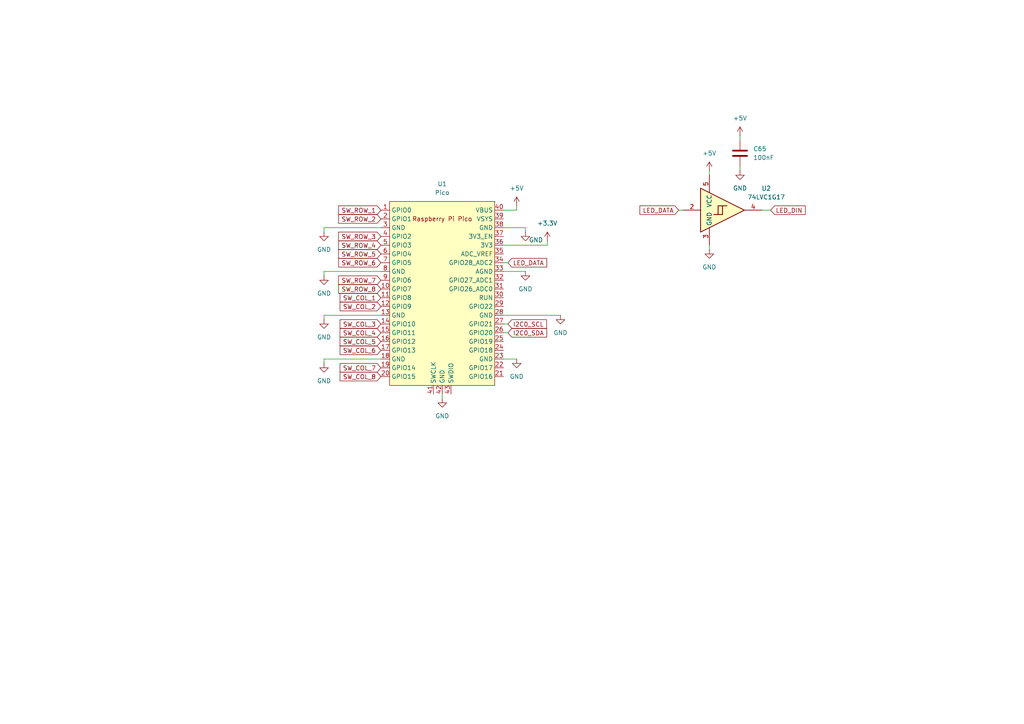
<source format=kicad_sch>
(kicad_sch (version 20231120) (generator "eeschema") (generator_version "8.0")
  (paper "A4")
  (lib_symbols
    (symbol "74xGxx:74LVC1G17"
      (property "Reference" "U" (at 0 3.81 0))
      (property "Value" "74LVC1G17" (at 0 -3.81 0))
      (symbol "74LVC1G17_0_1"
        (polyline (pts (xy -7.62 6.35) (xy -7.62 -6.35) (xy 5.08 0) (xy -7.62 6.35)) (stroke (width 0.254)) (fill (type background)))
        (polyline (pts (xy -3.81 -1.27) (xy -2.54 -1.27) (xy -2.54 1.27) (xy -1.27 1.27)) (stroke (width 0.254)) (fill (type background)))
        (polyline (pts (xy -2.54 -1.27) (xy -1.27 -1.27) (xy -1.27 1.27) (xy 0 1.27)) (stroke (width 0.254)) (fill (type background)))
      )
      (symbol "74LVC1G17_1_1"
        (pin no_connect line (at -7.62 5.08 180) (length 5.08) hide (name "NC") (number "1"))
        (pin input line (at -12.7 0 0) (length 5.08) (name "~") (number "2"))
        (pin power_in line (at -5.08 -10.16 90) (length 5.08) (name "GND") (number "3"))
        (pin output line (at 10.16 0 180) (length 5.08) (name "~") (number "4"))
        (pin power_in line (at -5.08 10.16 270) (length 5.08) (name "VCC") (number "5"))
      )
    )
    (symbol "Device:C" (pin_numbers hide) (pin_names (offset 0.254))
      (property "Reference" "C" (at 0.635 2.54 0))
      (property "Value" "C" (at 0.635 -2.54 0))
      (symbol "C_0_1"
        (polyline (pts (xy -2.032 -0.762) (xy 2.032 -0.762)) (stroke (width 0.508)))
        (polyline (pts (xy -2.032 0.762) (xy 2.032 0.762)) (stroke (width 0.508)))
      )
      (symbol "C_1_1"
        (pin passive line (at 0 3.81 270) (length 2.794) (name "~") (number "1"))
        (pin passive line (at 0 -3.81 90) (length 2.794) (name "~") (number "2"))
      )
    )
    (symbol "MCU_RaspberryPi_and_Boards:Pico"
      (property "Reference" "U" (at -13.97 27.94 0))
      (property "Value" "Pico" (at 0 19.05 0))
      (symbol "Pico_0_0"
        (text "Raspberry Pi Pico" (at 0 21.59 0) (effects (font (size 1.27 1.27))))
      )
      (symbol "Pico_0_1"
        (rectangle (start -15.24 26.67) (end 15.24 -26.67) (fill (type background)))
      )
      (symbol "Pico_1_1"
        (pin bidirectional line (at -17.78 24.13 0) (length 2.54) (name "GPIO0") (number "1"))
        (pin bidirectional line (at -17.78 1.27 0) (length 2.54) (name "GPIO7") (number "10"))
        (pin bidirectional line (at -17.78 -1.27 0) (length 2.54) (name "GPIO8") (number "11"))
        (pin bidirectional line (at -17.78 -3.81 0) (length 2.54) (name "GPIO9") (number "12"))
        (pin power_in line (at -17.78 -6.35 0) (length 2.54) (name "GND") (number "13"))
        (pin bidirectional line (at -17.78 -8.89 0) (length 2.54) (name "GPIO10") (number "14"))
        (pin bidirectional line (at -17.78 -11.43 0) (length 2.54) (name "GPIO11") (number "15"))
        (pin bidirectional line (at -17.78 -13.97 0) (length 2.54) (name "GPIO12") (number "16"))
        (pin bidirectional line (at -17.78 -16.51 0) (length 2.54) (name "GPIO13") (number "17"))
        (pin power_in line (at -17.78 -19.05 0) (length 2.54) (name "GND") (number "18"))
        (pin bidirectional line (at -17.78 -21.59 0) (length 2.54) (name "GPIO14") (number "19"))
        (pin bidirectional line (at -17.78 21.59 0) (length 2.54) (name "GPIO1") (number "2"))
        (pin bidirectional line (at -17.78 -24.13 0) (length 2.54) (name "GPIO15") (number "20"))
        (pin bidirectional line (at 17.78 -24.13 180) (length 2.54) (name "GPIO16") (number "21"))
        (pin bidirectional line (at 17.78 -21.59 180) (length 2.54) (name "GPIO17") (number "22"))
        (pin power_in line (at 17.78 -19.05 180) (length 2.54) (name "GND") (number "23"))
        (pin bidirectional line (at 17.78 -16.51 180) (length 2.54) (name "GPIO18") (number "24"))
        (pin bidirectional line (at 17.78 -13.97 180) (length 2.54) (name "GPIO19") (number "25"))
        (pin bidirectional line (at 17.78 -11.43 180) (length 2.54) (name "GPIO20") (number "26"))
        (pin bidirectional line (at 17.78 -8.89 180) (length 2.54) (name "GPIO21") (number "27"))
        (pin power_in line (at 17.78 -6.35 180) (length 2.54) (name "GND") (number "28"))
        (pin bidirectional line (at 17.78 -3.81 180) (length 2.54) (name "GPIO22") (number "29"))
        (pin power_in line (at -17.78 19.05 0) (length 2.54) (name "GND") (number "3"))
        (pin input line (at 17.78 -1.27 180) (length 2.54) (name "RUN") (number "30"))
        (pin bidirectional line (at 17.78 1.27 180) (length 2.54) (name "GPIO26_ADC0") (number "31"))
        (pin bidirectional line (at 17.78 3.81 180) (length 2.54) (name "GPIO27_ADC1") (number "32"))
        (pin power_in line (at 17.78 6.35 180) (length 2.54) (name "AGND") (number "33"))
        (pin bidirectional line (at 17.78 8.89 180) (length 2.54) (name "GPIO28_ADC2") (number "34"))
        (pin power_in line (at 17.78 11.43 180) (length 2.54) (name "ADC_VREF") (number "35"))
        (pin power_in line (at 17.78 13.97 180) (length 2.54) (name "3V3") (number "36"))
        (pin input line (at 17.78 16.51 180) (length 2.54) (name "3V3_EN") (number "37"))
        (pin bidirectional line (at 17.78 19.05 180) (length 2.54) (name "GND") (number "38"))
        (pin power_in line (at 17.78 21.59 180) (length 2.54) (name "VSYS") (number "39"))
        (pin bidirectional line (at -17.78 16.51 0) (length 2.54) (name "GPIO2") (number "4"))
        (pin power_in line (at 17.78 24.13 180) (length 2.54) (name "VBUS") (number "40"))
        (pin input line (at -2.54 -29.21 90) (length 2.54) (name "SWCLK") (number "41"))
        (pin power_in line (at 0 -29.21 90) (length 2.54) (name "GND") (number "42"))
        (pin bidirectional line (at 2.54 -29.21 90) (length 2.54) (name "SWDIO") (number "43"))
        (pin bidirectional line (at -17.78 13.97 0) (length 2.54) (name "GPIO3") (number "5"))
        (pin bidirectional line (at -17.78 11.43 0) (length 2.54) (name "GPIO4") (number "6"))
        (pin bidirectional line (at -17.78 8.89 0) (length 2.54) (name "GPIO5") (number "7"))
        (pin power_in line (at -17.78 6.35 0) (length 2.54) (name "GND") (number "8"))
        (pin bidirectional line (at -17.78 3.81 0) (length 2.54) (name "GPIO6") (number "9"))
      )
    )
    (symbol "power:+3.3V" (power) (pin_numbers hide) (pin_names (offset 0) hide)
      (property "Value" "+3.3V" (at 0 3.556 0))
      (symbol "+3.3V_0_1"
        (polyline (pts (xy -0.762 1.27) (xy 0 2.54)))
        (polyline (pts (xy 0 0) (xy 0 2.54)))
        (polyline (pts (xy 0 2.54) (xy 0.762 1.27)))
      )
      (symbol "+3.3V_1_1"
        (pin power_in line (at 0 0 90) (length 0) (name "~") (number "1"))
      )
    )
    (symbol "power:+5V" (power) (pin_numbers hide) (pin_names (offset 0) hide)
      (property "Value" "+5V" (at 0 3.556 0))
      (symbol "+5V_0_1"
        (polyline (pts (xy -0.762 1.27) (xy 0 2.54)))
        (polyline (pts (xy 0 0) (xy 0 2.54)))
        (polyline (pts (xy 0 2.54) (xy 0.762 1.27)))
      )
      (symbol "+5V_1_1"
        (pin power_in line (at 0 0 90) (length 0) (name "~") (number "1"))
      )
    )
    (symbol "power:GND" (power) (pin_numbers hide) (pin_names (offset 0) hide)
      (property "Value" "GND" (at 0 -3.81 0))
      (symbol "GND_0_1"
        (polyline (pts (xy 0 0) (xy 0 -1.27) (xy 1.27 -1.27) (xy 0 -2.54) (xy -1.27 -1.27) (xy 0 -1.27)))
      )
      (symbol "GND_1_1"
        (pin power_in line (at 0 0 270) (length 0) (name "~") (number "1"))
      )
    )
  )
  (wire (pts (xy 110.49 66.04) (xy 93.98 66.04)))
  (wire (pts (xy 93.98 91.44) (xy 93.98 92.71)))
  (wire (pts (xy 110.49 78.74) (xy 93.98 78.74)))
  (wire (pts (xy 146.05 66.04) (xy 152.4 66.04)))
  (wire (pts (xy 196.85 60.96) (xy 198.12 60.96)))
  (wire (pts (xy 147.32 93.98) (xy 146.05 93.98)))
  (wire (pts (xy 147.32 96.52) (xy 146.05 96.52)))
  (wire (pts (xy 149.86 60.96) (xy 149.86 59.69)))
  (wire (pts (xy 93.98 104.14) (xy 93.98 105.41)))
  (wire (pts (xy 110.49 91.44) (xy 93.98 91.44)))
  (wire (pts (xy 146.05 71.12) (xy 158.75 71.12)))
  (wire (pts (xy 214.63 48.26) (xy 214.63 49.53)))
  (wire (pts (xy 223.52 60.96) (xy 220.98 60.96)))
  (wire (pts (xy 147.32 76.2) (xy 146.05 76.2)))
  (wire (pts (xy 158.75 71.12) (xy 158.75 69.85)))
  (wire (pts (xy 110.49 104.14) (xy 93.98 104.14)))
  (wire (pts (xy 146.05 60.96) (xy 149.86 60.96)))
  (wire (pts (xy 146.05 104.14) (xy 149.86 104.14)))
  (wire (pts (xy 93.98 78.74) (xy 93.98 80.01)))
  (wire (pts (xy 205.74 71.12) (xy 205.74 72.39)))
  (wire (pts (xy 205.74 49.53) (xy 205.74 50.8)))
  (wire (pts (xy 214.63 39.37) (xy 214.63 40.64)))
  (wire (pts (xy 146.05 91.44) (xy 162.56 91.44)))
  (wire (pts (xy 152.4 66.04) (xy 152.4 67.31)))
  (wire (pts (xy 128.27 114.3) (xy 128.27 115.57)))
  (wire (pts (xy 93.98 66.04) (xy 93.98 67.31)))
  (wire (pts (xy 146.05 78.74) (xy 152.4 78.74)))
  (global_label "SW_COL_5" (shape input) (at 110.49 99.06 180) (property "Intersheetrefs" "${INTERSHEET_REFS}" (effects (hide yes))))
  (global_label "SW_ROW_6" (shape input) (at 110.49 76.2 180) (property "Intersheetrefs" "${INTERSHEET_REFS}" (effects (hide yes))))
  (global_label "SW_COL_2" (shape input) (at 110.49 88.9 180) (property "Intersheetrefs" "${INTERSHEET_REFS}" (effects (hide yes))))
  (global_label "SW_ROW_3" (shape input) (at 110.49 68.58 180) (property "Intersheetrefs" "${INTERSHEET_REFS}" (effects (hide yes))))
  (global_label "LED_DATA" (shape input) (at 196.85 60.96 180) (property "Intersheetrefs" "${INTERSHEET_REFS}" (effects (hide yes))))
  (global_label "SW_ROW_5" (shape input) (at 110.49 73.66 180) (property "Intersheetrefs" "${INTERSHEET_REFS}" (effects (hide yes))))
  (global_label "LED_DATA" (shape input) (at 147.32 76.2 0) (property "Intersheetrefs" "${INTERSHEET_REFS}" (effects (hide yes))))
  (global_label "SW_ROW_8" (shape input) (at 110.49 83.82 180) (property "Intersheetrefs" "${INTERSHEET_REFS}" (effects (hide yes))))
  (global_label "SW_ROW_2" (shape input) (at 110.49 63.5 180) (property "Intersheetrefs" "${INTERSHEET_REFS}" (effects (hide yes))))
  (global_label "SW_ROW_1" (shape input) (at 110.49 60.96 180) (property "Intersheetrefs" "${INTERSHEET_REFS}" (effects (hide yes))))
  (global_label "SW_ROW_4" (shape input) (at 110.49 71.12 180) (property "Intersheetrefs" "${INTERSHEET_REFS}" (effects (hide yes))))
  (global_label "SW_COL_3" (shape input) (at 110.49 93.98 180) (property "Intersheetrefs" "${INTERSHEET_REFS}" (effects (hide yes))))
  (global_label "SW_COL_8" (shape input) (at 110.49 109.22 180) (property "Intersheetrefs" "${INTERSHEET_REFS}" (effects (hide yes))))
  (global_label "SW_COL_1" (shape input) (at 110.49 86.36 180) (property "Intersheetrefs" "${INTERSHEET_REFS}" (effects (hide yes))))
  (global_label "I2C0_SCL" (shape input) (at 147.32 93.98 0) (property "Intersheetrefs" "${INTERSHEET_REFS}" (effects (hide yes))))
  (global_label "SW_COL_4" (shape input) (at 110.49 96.52 180) (property "Intersheetrefs" "${INTERSHEET_REFS}" (effects (hide yes))))
  (global_label "SW_ROW_7" (shape input) (at 110.49 81.28 180) (property "Intersheetrefs" "${INTERSHEET_REFS}" (effects (hide yes))))
  (global_label "SW_COL_6" (shape input) (at 110.49 101.6 180) (property "Intersheetrefs" "${INTERSHEET_REFS}" (effects (hide yes))))
  (global_label "I2C0_SDA" (shape input) (at 147.32 96.52 0) (property "Intersheetrefs" "${INTERSHEET_REFS}" (effects (hide yes))))
  (global_label "LED_DIN" (shape input) (at 223.52 60.96 0) (property "Intersheetrefs" "${INTERSHEET_REFS}" (effects (hide yes))))
  (global_label "SW_COL_7" (shape input) (at 110.49 106.68 180) (property "Intersheetrefs" "${INTERSHEET_REFS}" (effects (hide yes))))
  (symbol (lib_id "power:GND") (at 93.98 67.31 0) (unit 1)
    (property "Reference" "#PWR0195" (effects (hide yes)))
    (property "Value" "GND" (at 93.98 72.39 0))
    (property "Description" "Power symbol creates a global label with name \"GND\" , ground" (effects (hide yes)))
  )
  (symbol (lib_id "74xGxx:74LVC1G17") (at 210.82 60.96 0) (unit 1)
    (property "Reference" "U2" (at 222.25 54.6414 0))
    (property "Value" "74LVC1G17" (at 222.25 57.1814 0))
    (property "Footprint" "Package_TO_SOT_SMD:SOT-23-5_HandSoldering" (effects (hide yes)))
    (property "Datasheet" "https://www.ti.com/lit/ds/symlink/sn74lvc1g17.pdf" (effects (hide yes)))
    (property "Description" "Single Schmitt Buffer Gate, Low-Voltage CMOS" (effects (hide yes)))
  )
  (symbol (lib_id "power:GND") (at 152.4 78.74 0) (unit 1)
    (property "Reference" "#PWR0207" (effects (hide yes)))
    (property "Value" "GND" (at 152.4 83.82 0))
    (property "Description" "Power symbol creates a global label with name \"GND\" , ground" (effects (hide yes)))
  )
  (symbol (lib_id "power:GND") (at 205.74 72.39 0) (unit 1)
    (property "Reference" "#PWR0203" (effects (hide yes)))
    (property "Value" "GND" (at 205.74 77.47 0))
    (property "Description" "Power symbol creates a global label with name \"GND\" , ground" (effects (hide yes)))
  )
  (symbol (lib_id "MCU_RaspberryPi_and_Boards:Pico") (at 128.27 85.09 0) (unit 1)
    (property "Reference" "U1" (at 128.27 53.34 0))
    (property "Value" "Pico" (at 128.27 55.88 0))
    (property "Footprint" "MCU_RaspberryPi_and_Boards:RPi_Pico_SMD_TH" (effects (hide yes)))
  )
  (symbol (lib_id "power:GND") (at 93.98 92.71 0) (unit 1)
    (property "Reference" "#PWR0197" (effects (hide yes)))
    (property "Value" "GND" (at 93.98 97.79 0))
    (property "Description" "Power symbol creates a global label with name \"GND\" , ground" (effects (hide yes)))
  )
  (symbol (lib_id "power:GND") (at 214.63 49.53 0) (unit 1)
    (property "Reference" "#PWR0202" (effects (hide yes)))
    (property "Value" "GND" (at 214.63 54.61 0))
    (property "Description" "Power symbol creates a global label with name \"GND\" , ground" (effects (hide yes)))
  )
  (symbol (lib_id "power:+5V") (at 214.63 39.37 0) (unit 1)
    (property "Reference" "#PWR0201" (effects (hide yes)))
    (property "Value" "+5V" (at 214.63 34.29 0))
    (property "Description" "Power symbol creates a global label with name \"+5V\"" (effects (hide yes)))
  )
  (symbol (lib_id "power:+3.3V") (at 158.75 69.85 0) (unit 1)
    (property "Reference" "#PWR0204" (effects (hide yes)))
    (property "Value" "+3.3V" (at 158.75 64.77 0))
    (property "Description" "Power symbol creates a global label with name \"+3.3V\"" (effects (hide yes)))
  )
  (symbol (lib_id "power:+5V") (at 149.86 59.69 0) (unit 1)
    (property "Reference" "#PWR0205" (effects (hide yes)))
    (property "Value" "+5V" (at 149.86 54.61 0))
    (property "Description" "Power symbol creates a global label with name \"+5V\"" (effects (hide yes)))
  )
  (symbol (lib_id "power:GND") (at 128.27 115.57 0) (unit 1)
    (property "Reference" "#PWR0199" (effects (hide yes)))
    (property "Value" "GND" (at 128.27 120.65 0))
    (property "Description" "Power symbol creates a global label with name \"GND\" , ground" (effects (hide yes)))
  )
  (symbol (lib_id "power:+5V") (at 205.74 49.53 0) (unit 1)
    (property "Reference" "#PWR0200" (effects (hide yes)))
    (property "Value" "+5V" (at 205.74 44.45 0))
    (property "Description" "Power symbol creates a global label with name \"+5V\"" (effects (hide yes)))
  )
  (symbol (lib_id "power:GND") (at 162.56 91.44 0) (unit 1)
    (property "Reference" "#PWR0208" (effects (hide yes)))
    (property "Value" "GND" (at 162.56 96.52 0))
    (property "Description" "Power symbol creates a global label with name \"GND\" , ground" (effects (hide yes)))
  )
  (symbol (lib_id "Device:C") (at 214.63 44.45 0) (unit 1)
    (property "Reference" "C65" (at 218.44 43.1799 0) (effects (justify left)))
    (property "Value" "100nF" (at 218.44 45.7199 0) (effects (justify left)))
    (property "Footprint" "Capacitor_SMD:C_0603_1608Metric" (effects (hide yes)))
    (property "Description" "Unpolarized capacitor" (effects (hide yes)))
  )
  (symbol (lib_id "power:GND") (at 93.98 105.41 0) (unit 1)
    (property "Reference" "#PWR0198" (effects (hide yes)))
    (property "Value" "GND" (at 93.98 110.49 0))
    (property "Description" "Power symbol creates a global label with name \"GND\" , ground" (effects (hide yes)))
  )
  (symbol (lib_id "power:GND") (at 152.4 67.31 0) (unit 1)
    (property "Reference" "#PWR0206" (effects (hide yes)))
    (property "Value" "GND" (at 155.448 69.596 0))
    (property "Description" "Power symbol creates a global label with name \"GND\" , ground" (effects (hide yes)))
  )
  (symbol (lib_id "power:GND") (at 93.98 80.01 0) (unit 1)
    (property "Reference" "#PWR0196" (effects (hide yes)))
    (property "Value" "GND" (at 93.98 85.09 0))
    (property "Description" "Power symbol creates a global label with name \"GND\" , ground" (effects (hide yes)))
  )
  (symbol (lib_id "power:GND") (at 149.86 104.14 0) (unit 1)
    (property "Reference" "#PWR0209" (effects (hide yes)))
    (property "Value" "GND" (at 149.86 109.22 0))
    (property "Description" "Power symbol creates a global label with name \"GND\" , ground" (effects (hide yes)))
  )
)
</source>
